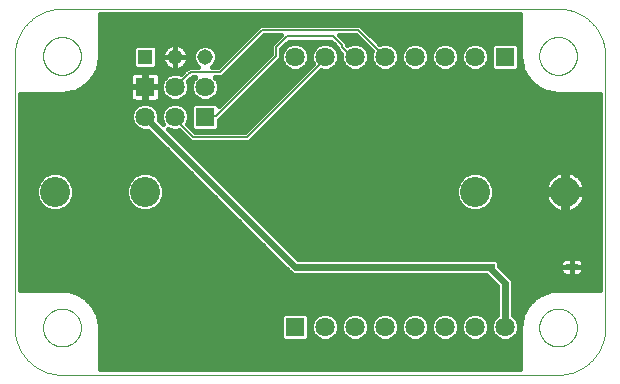
<source format=gbl>
G75*
%MOIN*%
%OFA0B0*%
%FSLAX25Y25*%
%IPPOS*%
%LPD*%
%AMOC8*
5,1,8,0,0,1.08239X$1,22.5*
%
%ADD10C,0.00000*%
%ADD11R,0.06425X0.06425*%
%ADD12C,0.06425*%
%ADD13R,0.05150X0.05150*%
%ADD14C,0.05150*%
%ADD15R,0.03937X0.02362*%
%ADD16C,0.10050*%
%ADD17C,0.01600*%
%ADD18R,0.03169X0.03169*%
%ADD19C,0.00600*%
%ADD20C,0.02400*%
D10*
X0047094Y0034156D02*
X0212449Y0034156D01*
X0206150Y0049904D02*
X0206152Y0050062D01*
X0206158Y0050220D01*
X0206168Y0050378D01*
X0206182Y0050536D01*
X0206200Y0050693D01*
X0206221Y0050850D01*
X0206247Y0051006D01*
X0206277Y0051162D01*
X0206310Y0051317D01*
X0206348Y0051470D01*
X0206389Y0051623D01*
X0206434Y0051775D01*
X0206483Y0051926D01*
X0206536Y0052075D01*
X0206592Y0052223D01*
X0206652Y0052369D01*
X0206716Y0052514D01*
X0206784Y0052657D01*
X0206855Y0052799D01*
X0206929Y0052939D01*
X0207007Y0053076D01*
X0207089Y0053212D01*
X0207173Y0053346D01*
X0207262Y0053477D01*
X0207353Y0053606D01*
X0207448Y0053733D01*
X0207545Y0053858D01*
X0207646Y0053980D01*
X0207750Y0054099D01*
X0207857Y0054216D01*
X0207967Y0054330D01*
X0208080Y0054441D01*
X0208195Y0054550D01*
X0208313Y0054655D01*
X0208434Y0054757D01*
X0208557Y0054857D01*
X0208683Y0054953D01*
X0208811Y0055046D01*
X0208941Y0055136D01*
X0209074Y0055222D01*
X0209209Y0055306D01*
X0209345Y0055385D01*
X0209484Y0055462D01*
X0209625Y0055534D01*
X0209767Y0055604D01*
X0209911Y0055669D01*
X0210057Y0055731D01*
X0210204Y0055789D01*
X0210353Y0055844D01*
X0210503Y0055895D01*
X0210654Y0055942D01*
X0210806Y0055985D01*
X0210959Y0056024D01*
X0211114Y0056060D01*
X0211269Y0056091D01*
X0211425Y0056119D01*
X0211581Y0056143D01*
X0211738Y0056163D01*
X0211896Y0056179D01*
X0212053Y0056191D01*
X0212212Y0056199D01*
X0212370Y0056203D01*
X0212528Y0056203D01*
X0212686Y0056199D01*
X0212845Y0056191D01*
X0213002Y0056179D01*
X0213160Y0056163D01*
X0213317Y0056143D01*
X0213473Y0056119D01*
X0213629Y0056091D01*
X0213784Y0056060D01*
X0213939Y0056024D01*
X0214092Y0055985D01*
X0214244Y0055942D01*
X0214395Y0055895D01*
X0214545Y0055844D01*
X0214694Y0055789D01*
X0214841Y0055731D01*
X0214987Y0055669D01*
X0215131Y0055604D01*
X0215273Y0055534D01*
X0215414Y0055462D01*
X0215553Y0055385D01*
X0215689Y0055306D01*
X0215824Y0055222D01*
X0215957Y0055136D01*
X0216087Y0055046D01*
X0216215Y0054953D01*
X0216341Y0054857D01*
X0216464Y0054757D01*
X0216585Y0054655D01*
X0216703Y0054550D01*
X0216818Y0054441D01*
X0216931Y0054330D01*
X0217041Y0054216D01*
X0217148Y0054099D01*
X0217252Y0053980D01*
X0217353Y0053858D01*
X0217450Y0053733D01*
X0217545Y0053606D01*
X0217636Y0053477D01*
X0217725Y0053346D01*
X0217809Y0053212D01*
X0217891Y0053076D01*
X0217969Y0052939D01*
X0218043Y0052799D01*
X0218114Y0052657D01*
X0218182Y0052514D01*
X0218246Y0052369D01*
X0218306Y0052223D01*
X0218362Y0052075D01*
X0218415Y0051926D01*
X0218464Y0051775D01*
X0218509Y0051623D01*
X0218550Y0051470D01*
X0218588Y0051317D01*
X0218621Y0051162D01*
X0218651Y0051006D01*
X0218677Y0050850D01*
X0218698Y0050693D01*
X0218716Y0050536D01*
X0218730Y0050378D01*
X0218740Y0050220D01*
X0218746Y0050062D01*
X0218748Y0049904D01*
X0218746Y0049746D01*
X0218740Y0049588D01*
X0218730Y0049430D01*
X0218716Y0049272D01*
X0218698Y0049115D01*
X0218677Y0048958D01*
X0218651Y0048802D01*
X0218621Y0048646D01*
X0218588Y0048491D01*
X0218550Y0048338D01*
X0218509Y0048185D01*
X0218464Y0048033D01*
X0218415Y0047882D01*
X0218362Y0047733D01*
X0218306Y0047585D01*
X0218246Y0047439D01*
X0218182Y0047294D01*
X0218114Y0047151D01*
X0218043Y0047009D01*
X0217969Y0046869D01*
X0217891Y0046732D01*
X0217809Y0046596D01*
X0217725Y0046462D01*
X0217636Y0046331D01*
X0217545Y0046202D01*
X0217450Y0046075D01*
X0217353Y0045950D01*
X0217252Y0045828D01*
X0217148Y0045709D01*
X0217041Y0045592D01*
X0216931Y0045478D01*
X0216818Y0045367D01*
X0216703Y0045258D01*
X0216585Y0045153D01*
X0216464Y0045051D01*
X0216341Y0044951D01*
X0216215Y0044855D01*
X0216087Y0044762D01*
X0215957Y0044672D01*
X0215824Y0044586D01*
X0215689Y0044502D01*
X0215553Y0044423D01*
X0215414Y0044346D01*
X0215273Y0044274D01*
X0215131Y0044204D01*
X0214987Y0044139D01*
X0214841Y0044077D01*
X0214694Y0044019D01*
X0214545Y0043964D01*
X0214395Y0043913D01*
X0214244Y0043866D01*
X0214092Y0043823D01*
X0213939Y0043784D01*
X0213784Y0043748D01*
X0213629Y0043717D01*
X0213473Y0043689D01*
X0213317Y0043665D01*
X0213160Y0043645D01*
X0213002Y0043629D01*
X0212845Y0043617D01*
X0212686Y0043609D01*
X0212528Y0043605D01*
X0212370Y0043605D01*
X0212212Y0043609D01*
X0212053Y0043617D01*
X0211896Y0043629D01*
X0211738Y0043645D01*
X0211581Y0043665D01*
X0211425Y0043689D01*
X0211269Y0043717D01*
X0211114Y0043748D01*
X0210959Y0043784D01*
X0210806Y0043823D01*
X0210654Y0043866D01*
X0210503Y0043913D01*
X0210353Y0043964D01*
X0210204Y0044019D01*
X0210057Y0044077D01*
X0209911Y0044139D01*
X0209767Y0044204D01*
X0209625Y0044274D01*
X0209484Y0044346D01*
X0209345Y0044423D01*
X0209209Y0044502D01*
X0209074Y0044586D01*
X0208941Y0044672D01*
X0208811Y0044762D01*
X0208683Y0044855D01*
X0208557Y0044951D01*
X0208434Y0045051D01*
X0208313Y0045153D01*
X0208195Y0045258D01*
X0208080Y0045367D01*
X0207967Y0045478D01*
X0207857Y0045592D01*
X0207750Y0045709D01*
X0207646Y0045828D01*
X0207545Y0045950D01*
X0207448Y0046075D01*
X0207353Y0046202D01*
X0207262Y0046331D01*
X0207173Y0046462D01*
X0207089Y0046596D01*
X0207007Y0046732D01*
X0206929Y0046869D01*
X0206855Y0047009D01*
X0206784Y0047151D01*
X0206716Y0047294D01*
X0206652Y0047439D01*
X0206592Y0047585D01*
X0206536Y0047733D01*
X0206483Y0047882D01*
X0206434Y0048033D01*
X0206389Y0048185D01*
X0206348Y0048338D01*
X0206310Y0048491D01*
X0206277Y0048646D01*
X0206247Y0048802D01*
X0206221Y0048958D01*
X0206200Y0049115D01*
X0206182Y0049272D01*
X0206168Y0049430D01*
X0206158Y0049588D01*
X0206152Y0049746D01*
X0206150Y0049904D01*
X0212449Y0034156D02*
X0212830Y0034161D01*
X0213210Y0034174D01*
X0213590Y0034197D01*
X0213969Y0034230D01*
X0214347Y0034271D01*
X0214724Y0034321D01*
X0215100Y0034381D01*
X0215475Y0034449D01*
X0215847Y0034527D01*
X0216218Y0034614D01*
X0216586Y0034709D01*
X0216952Y0034814D01*
X0217315Y0034927D01*
X0217676Y0035049D01*
X0218033Y0035179D01*
X0218387Y0035319D01*
X0218738Y0035466D01*
X0219085Y0035623D01*
X0219428Y0035787D01*
X0219767Y0035960D01*
X0220102Y0036141D01*
X0220433Y0036330D01*
X0220758Y0036527D01*
X0221079Y0036731D01*
X0221395Y0036944D01*
X0221705Y0037164D01*
X0222011Y0037391D01*
X0222310Y0037626D01*
X0222604Y0037868D01*
X0222892Y0038116D01*
X0223174Y0038372D01*
X0223449Y0038635D01*
X0223718Y0038904D01*
X0223981Y0039179D01*
X0224237Y0039461D01*
X0224485Y0039749D01*
X0224727Y0040043D01*
X0224962Y0040342D01*
X0225189Y0040648D01*
X0225409Y0040958D01*
X0225622Y0041274D01*
X0225826Y0041595D01*
X0226023Y0041920D01*
X0226212Y0042251D01*
X0226393Y0042586D01*
X0226566Y0042925D01*
X0226730Y0043268D01*
X0226887Y0043615D01*
X0227034Y0043966D01*
X0227174Y0044320D01*
X0227304Y0044677D01*
X0227426Y0045038D01*
X0227539Y0045401D01*
X0227644Y0045767D01*
X0227739Y0046135D01*
X0227826Y0046506D01*
X0227904Y0046878D01*
X0227972Y0047253D01*
X0228032Y0047629D01*
X0228082Y0048006D01*
X0228123Y0048384D01*
X0228156Y0048763D01*
X0228179Y0049143D01*
X0228192Y0049523D01*
X0228197Y0049904D01*
X0228197Y0140455D01*
X0206150Y0140455D02*
X0206152Y0140613D01*
X0206158Y0140771D01*
X0206168Y0140929D01*
X0206182Y0141087D01*
X0206200Y0141244D01*
X0206221Y0141401D01*
X0206247Y0141557D01*
X0206277Y0141713D01*
X0206310Y0141868D01*
X0206348Y0142021D01*
X0206389Y0142174D01*
X0206434Y0142326D01*
X0206483Y0142477D01*
X0206536Y0142626D01*
X0206592Y0142774D01*
X0206652Y0142920D01*
X0206716Y0143065D01*
X0206784Y0143208D01*
X0206855Y0143350D01*
X0206929Y0143490D01*
X0207007Y0143627D01*
X0207089Y0143763D01*
X0207173Y0143897D01*
X0207262Y0144028D01*
X0207353Y0144157D01*
X0207448Y0144284D01*
X0207545Y0144409D01*
X0207646Y0144531D01*
X0207750Y0144650D01*
X0207857Y0144767D01*
X0207967Y0144881D01*
X0208080Y0144992D01*
X0208195Y0145101D01*
X0208313Y0145206D01*
X0208434Y0145308D01*
X0208557Y0145408D01*
X0208683Y0145504D01*
X0208811Y0145597D01*
X0208941Y0145687D01*
X0209074Y0145773D01*
X0209209Y0145857D01*
X0209345Y0145936D01*
X0209484Y0146013D01*
X0209625Y0146085D01*
X0209767Y0146155D01*
X0209911Y0146220D01*
X0210057Y0146282D01*
X0210204Y0146340D01*
X0210353Y0146395D01*
X0210503Y0146446D01*
X0210654Y0146493D01*
X0210806Y0146536D01*
X0210959Y0146575D01*
X0211114Y0146611D01*
X0211269Y0146642D01*
X0211425Y0146670D01*
X0211581Y0146694D01*
X0211738Y0146714D01*
X0211896Y0146730D01*
X0212053Y0146742D01*
X0212212Y0146750D01*
X0212370Y0146754D01*
X0212528Y0146754D01*
X0212686Y0146750D01*
X0212845Y0146742D01*
X0213002Y0146730D01*
X0213160Y0146714D01*
X0213317Y0146694D01*
X0213473Y0146670D01*
X0213629Y0146642D01*
X0213784Y0146611D01*
X0213939Y0146575D01*
X0214092Y0146536D01*
X0214244Y0146493D01*
X0214395Y0146446D01*
X0214545Y0146395D01*
X0214694Y0146340D01*
X0214841Y0146282D01*
X0214987Y0146220D01*
X0215131Y0146155D01*
X0215273Y0146085D01*
X0215414Y0146013D01*
X0215553Y0145936D01*
X0215689Y0145857D01*
X0215824Y0145773D01*
X0215957Y0145687D01*
X0216087Y0145597D01*
X0216215Y0145504D01*
X0216341Y0145408D01*
X0216464Y0145308D01*
X0216585Y0145206D01*
X0216703Y0145101D01*
X0216818Y0144992D01*
X0216931Y0144881D01*
X0217041Y0144767D01*
X0217148Y0144650D01*
X0217252Y0144531D01*
X0217353Y0144409D01*
X0217450Y0144284D01*
X0217545Y0144157D01*
X0217636Y0144028D01*
X0217725Y0143897D01*
X0217809Y0143763D01*
X0217891Y0143627D01*
X0217969Y0143490D01*
X0218043Y0143350D01*
X0218114Y0143208D01*
X0218182Y0143065D01*
X0218246Y0142920D01*
X0218306Y0142774D01*
X0218362Y0142626D01*
X0218415Y0142477D01*
X0218464Y0142326D01*
X0218509Y0142174D01*
X0218550Y0142021D01*
X0218588Y0141868D01*
X0218621Y0141713D01*
X0218651Y0141557D01*
X0218677Y0141401D01*
X0218698Y0141244D01*
X0218716Y0141087D01*
X0218730Y0140929D01*
X0218740Y0140771D01*
X0218746Y0140613D01*
X0218748Y0140455D01*
X0218746Y0140297D01*
X0218740Y0140139D01*
X0218730Y0139981D01*
X0218716Y0139823D01*
X0218698Y0139666D01*
X0218677Y0139509D01*
X0218651Y0139353D01*
X0218621Y0139197D01*
X0218588Y0139042D01*
X0218550Y0138889D01*
X0218509Y0138736D01*
X0218464Y0138584D01*
X0218415Y0138433D01*
X0218362Y0138284D01*
X0218306Y0138136D01*
X0218246Y0137990D01*
X0218182Y0137845D01*
X0218114Y0137702D01*
X0218043Y0137560D01*
X0217969Y0137420D01*
X0217891Y0137283D01*
X0217809Y0137147D01*
X0217725Y0137013D01*
X0217636Y0136882D01*
X0217545Y0136753D01*
X0217450Y0136626D01*
X0217353Y0136501D01*
X0217252Y0136379D01*
X0217148Y0136260D01*
X0217041Y0136143D01*
X0216931Y0136029D01*
X0216818Y0135918D01*
X0216703Y0135809D01*
X0216585Y0135704D01*
X0216464Y0135602D01*
X0216341Y0135502D01*
X0216215Y0135406D01*
X0216087Y0135313D01*
X0215957Y0135223D01*
X0215824Y0135137D01*
X0215689Y0135053D01*
X0215553Y0134974D01*
X0215414Y0134897D01*
X0215273Y0134825D01*
X0215131Y0134755D01*
X0214987Y0134690D01*
X0214841Y0134628D01*
X0214694Y0134570D01*
X0214545Y0134515D01*
X0214395Y0134464D01*
X0214244Y0134417D01*
X0214092Y0134374D01*
X0213939Y0134335D01*
X0213784Y0134299D01*
X0213629Y0134268D01*
X0213473Y0134240D01*
X0213317Y0134216D01*
X0213160Y0134196D01*
X0213002Y0134180D01*
X0212845Y0134168D01*
X0212686Y0134160D01*
X0212528Y0134156D01*
X0212370Y0134156D01*
X0212212Y0134160D01*
X0212053Y0134168D01*
X0211896Y0134180D01*
X0211738Y0134196D01*
X0211581Y0134216D01*
X0211425Y0134240D01*
X0211269Y0134268D01*
X0211114Y0134299D01*
X0210959Y0134335D01*
X0210806Y0134374D01*
X0210654Y0134417D01*
X0210503Y0134464D01*
X0210353Y0134515D01*
X0210204Y0134570D01*
X0210057Y0134628D01*
X0209911Y0134690D01*
X0209767Y0134755D01*
X0209625Y0134825D01*
X0209484Y0134897D01*
X0209345Y0134974D01*
X0209209Y0135053D01*
X0209074Y0135137D01*
X0208941Y0135223D01*
X0208811Y0135313D01*
X0208683Y0135406D01*
X0208557Y0135502D01*
X0208434Y0135602D01*
X0208313Y0135704D01*
X0208195Y0135809D01*
X0208080Y0135918D01*
X0207967Y0136029D01*
X0207857Y0136143D01*
X0207750Y0136260D01*
X0207646Y0136379D01*
X0207545Y0136501D01*
X0207448Y0136626D01*
X0207353Y0136753D01*
X0207262Y0136882D01*
X0207173Y0137013D01*
X0207089Y0137147D01*
X0207007Y0137283D01*
X0206929Y0137420D01*
X0206855Y0137560D01*
X0206784Y0137702D01*
X0206716Y0137845D01*
X0206652Y0137990D01*
X0206592Y0138136D01*
X0206536Y0138284D01*
X0206483Y0138433D01*
X0206434Y0138584D01*
X0206389Y0138736D01*
X0206348Y0138889D01*
X0206310Y0139042D01*
X0206277Y0139197D01*
X0206247Y0139353D01*
X0206221Y0139509D01*
X0206200Y0139666D01*
X0206182Y0139823D01*
X0206168Y0139981D01*
X0206158Y0140139D01*
X0206152Y0140297D01*
X0206150Y0140455D01*
X0212449Y0156203D02*
X0212830Y0156198D01*
X0213210Y0156185D01*
X0213590Y0156162D01*
X0213969Y0156129D01*
X0214347Y0156088D01*
X0214724Y0156038D01*
X0215100Y0155978D01*
X0215475Y0155910D01*
X0215847Y0155832D01*
X0216218Y0155745D01*
X0216586Y0155650D01*
X0216952Y0155545D01*
X0217315Y0155432D01*
X0217676Y0155310D01*
X0218033Y0155180D01*
X0218387Y0155040D01*
X0218738Y0154893D01*
X0219085Y0154736D01*
X0219428Y0154572D01*
X0219767Y0154399D01*
X0220102Y0154218D01*
X0220433Y0154029D01*
X0220758Y0153832D01*
X0221079Y0153628D01*
X0221395Y0153415D01*
X0221705Y0153195D01*
X0222011Y0152968D01*
X0222310Y0152733D01*
X0222604Y0152491D01*
X0222892Y0152243D01*
X0223174Y0151987D01*
X0223449Y0151724D01*
X0223718Y0151455D01*
X0223981Y0151180D01*
X0224237Y0150898D01*
X0224485Y0150610D01*
X0224727Y0150316D01*
X0224962Y0150017D01*
X0225189Y0149711D01*
X0225409Y0149401D01*
X0225622Y0149085D01*
X0225826Y0148764D01*
X0226023Y0148439D01*
X0226212Y0148108D01*
X0226393Y0147773D01*
X0226566Y0147434D01*
X0226730Y0147091D01*
X0226887Y0146744D01*
X0227034Y0146393D01*
X0227174Y0146039D01*
X0227304Y0145682D01*
X0227426Y0145321D01*
X0227539Y0144958D01*
X0227644Y0144592D01*
X0227739Y0144224D01*
X0227826Y0143853D01*
X0227904Y0143481D01*
X0227972Y0143106D01*
X0228032Y0142730D01*
X0228082Y0142353D01*
X0228123Y0141975D01*
X0228156Y0141596D01*
X0228179Y0141216D01*
X0228192Y0140836D01*
X0228197Y0140455D01*
X0212449Y0156203D02*
X0047094Y0156203D01*
X0040795Y0140455D02*
X0040797Y0140613D01*
X0040803Y0140771D01*
X0040813Y0140929D01*
X0040827Y0141087D01*
X0040845Y0141244D01*
X0040866Y0141401D01*
X0040892Y0141557D01*
X0040922Y0141713D01*
X0040955Y0141868D01*
X0040993Y0142021D01*
X0041034Y0142174D01*
X0041079Y0142326D01*
X0041128Y0142477D01*
X0041181Y0142626D01*
X0041237Y0142774D01*
X0041297Y0142920D01*
X0041361Y0143065D01*
X0041429Y0143208D01*
X0041500Y0143350D01*
X0041574Y0143490D01*
X0041652Y0143627D01*
X0041734Y0143763D01*
X0041818Y0143897D01*
X0041907Y0144028D01*
X0041998Y0144157D01*
X0042093Y0144284D01*
X0042190Y0144409D01*
X0042291Y0144531D01*
X0042395Y0144650D01*
X0042502Y0144767D01*
X0042612Y0144881D01*
X0042725Y0144992D01*
X0042840Y0145101D01*
X0042958Y0145206D01*
X0043079Y0145308D01*
X0043202Y0145408D01*
X0043328Y0145504D01*
X0043456Y0145597D01*
X0043586Y0145687D01*
X0043719Y0145773D01*
X0043854Y0145857D01*
X0043990Y0145936D01*
X0044129Y0146013D01*
X0044270Y0146085D01*
X0044412Y0146155D01*
X0044556Y0146220D01*
X0044702Y0146282D01*
X0044849Y0146340D01*
X0044998Y0146395D01*
X0045148Y0146446D01*
X0045299Y0146493D01*
X0045451Y0146536D01*
X0045604Y0146575D01*
X0045759Y0146611D01*
X0045914Y0146642D01*
X0046070Y0146670D01*
X0046226Y0146694D01*
X0046383Y0146714D01*
X0046541Y0146730D01*
X0046698Y0146742D01*
X0046857Y0146750D01*
X0047015Y0146754D01*
X0047173Y0146754D01*
X0047331Y0146750D01*
X0047490Y0146742D01*
X0047647Y0146730D01*
X0047805Y0146714D01*
X0047962Y0146694D01*
X0048118Y0146670D01*
X0048274Y0146642D01*
X0048429Y0146611D01*
X0048584Y0146575D01*
X0048737Y0146536D01*
X0048889Y0146493D01*
X0049040Y0146446D01*
X0049190Y0146395D01*
X0049339Y0146340D01*
X0049486Y0146282D01*
X0049632Y0146220D01*
X0049776Y0146155D01*
X0049918Y0146085D01*
X0050059Y0146013D01*
X0050198Y0145936D01*
X0050334Y0145857D01*
X0050469Y0145773D01*
X0050602Y0145687D01*
X0050732Y0145597D01*
X0050860Y0145504D01*
X0050986Y0145408D01*
X0051109Y0145308D01*
X0051230Y0145206D01*
X0051348Y0145101D01*
X0051463Y0144992D01*
X0051576Y0144881D01*
X0051686Y0144767D01*
X0051793Y0144650D01*
X0051897Y0144531D01*
X0051998Y0144409D01*
X0052095Y0144284D01*
X0052190Y0144157D01*
X0052281Y0144028D01*
X0052370Y0143897D01*
X0052454Y0143763D01*
X0052536Y0143627D01*
X0052614Y0143490D01*
X0052688Y0143350D01*
X0052759Y0143208D01*
X0052827Y0143065D01*
X0052891Y0142920D01*
X0052951Y0142774D01*
X0053007Y0142626D01*
X0053060Y0142477D01*
X0053109Y0142326D01*
X0053154Y0142174D01*
X0053195Y0142021D01*
X0053233Y0141868D01*
X0053266Y0141713D01*
X0053296Y0141557D01*
X0053322Y0141401D01*
X0053343Y0141244D01*
X0053361Y0141087D01*
X0053375Y0140929D01*
X0053385Y0140771D01*
X0053391Y0140613D01*
X0053393Y0140455D01*
X0053391Y0140297D01*
X0053385Y0140139D01*
X0053375Y0139981D01*
X0053361Y0139823D01*
X0053343Y0139666D01*
X0053322Y0139509D01*
X0053296Y0139353D01*
X0053266Y0139197D01*
X0053233Y0139042D01*
X0053195Y0138889D01*
X0053154Y0138736D01*
X0053109Y0138584D01*
X0053060Y0138433D01*
X0053007Y0138284D01*
X0052951Y0138136D01*
X0052891Y0137990D01*
X0052827Y0137845D01*
X0052759Y0137702D01*
X0052688Y0137560D01*
X0052614Y0137420D01*
X0052536Y0137283D01*
X0052454Y0137147D01*
X0052370Y0137013D01*
X0052281Y0136882D01*
X0052190Y0136753D01*
X0052095Y0136626D01*
X0051998Y0136501D01*
X0051897Y0136379D01*
X0051793Y0136260D01*
X0051686Y0136143D01*
X0051576Y0136029D01*
X0051463Y0135918D01*
X0051348Y0135809D01*
X0051230Y0135704D01*
X0051109Y0135602D01*
X0050986Y0135502D01*
X0050860Y0135406D01*
X0050732Y0135313D01*
X0050602Y0135223D01*
X0050469Y0135137D01*
X0050334Y0135053D01*
X0050198Y0134974D01*
X0050059Y0134897D01*
X0049918Y0134825D01*
X0049776Y0134755D01*
X0049632Y0134690D01*
X0049486Y0134628D01*
X0049339Y0134570D01*
X0049190Y0134515D01*
X0049040Y0134464D01*
X0048889Y0134417D01*
X0048737Y0134374D01*
X0048584Y0134335D01*
X0048429Y0134299D01*
X0048274Y0134268D01*
X0048118Y0134240D01*
X0047962Y0134216D01*
X0047805Y0134196D01*
X0047647Y0134180D01*
X0047490Y0134168D01*
X0047331Y0134160D01*
X0047173Y0134156D01*
X0047015Y0134156D01*
X0046857Y0134160D01*
X0046698Y0134168D01*
X0046541Y0134180D01*
X0046383Y0134196D01*
X0046226Y0134216D01*
X0046070Y0134240D01*
X0045914Y0134268D01*
X0045759Y0134299D01*
X0045604Y0134335D01*
X0045451Y0134374D01*
X0045299Y0134417D01*
X0045148Y0134464D01*
X0044998Y0134515D01*
X0044849Y0134570D01*
X0044702Y0134628D01*
X0044556Y0134690D01*
X0044412Y0134755D01*
X0044270Y0134825D01*
X0044129Y0134897D01*
X0043990Y0134974D01*
X0043854Y0135053D01*
X0043719Y0135137D01*
X0043586Y0135223D01*
X0043456Y0135313D01*
X0043328Y0135406D01*
X0043202Y0135502D01*
X0043079Y0135602D01*
X0042958Y0135704D01*
X0042840Y0135809D01*
X0042725Y0135918D01*
X0042612Y0136029D01*
X0042502Y0136143D01*
X0042395Y0136260D01*
X0042291Y0136379D01*
X0042190Y0136501D01*
X0042093Y0136626D01*
X0041998Y0136753D01*
X0041907Y0136882D01*
X0041818Y0137013D01*
X0041734Y0137147D01*
X0041652Y0137283D01*
X0041574Y0137420D01*
X0041500Y0137560D01*
X0041429Y0137702D01*
X0041361Y0137845D01*
X0041297Y0137990D01*
X0041237Y0138136D01*
X0041181Y0138284D01*
X0041128Y0138433D01*
X0041079Y0138584D01*
X0041034Y0138736D01*
X0040993Y0138889D01*
X0040955Y0139042D01*
X0040922Y0139197D01*
X0040892Y0139353D01*
X0040866Y0139509D01*
X0040845Y0139666D01*
X0040827Y0139823D01*
X0040813Y0139981D01*
X0040803Y0140139D01*
X0040797Y0140297D01*
X0040795Y0140455D01*
X0031346Y0140455D02*
X0031351Y0140836D01*
X0031364Y0141216D01*
X0031387Y0141596D01*
X0031420Y0141975D01*
X0031461Y0142353D01*
X0031511Y0142730D01*
X0031571Y0143106D01*
X0031639Y0143481D01*
X0031717Y0143853D01*
X0031804Y0144224D01*
X0031899Y0144592D01*
X0032004Y0144958D01*
X0032117Y0145321D01*
X0032239Y0145682D01*
X0032369Y0146039D01*
X0032509Y0146393D01*
X0032656Y0146744D01*
X0032813Y0147091D01*
X0032977Y0147434D01*
X0033150Y0147773D01*
X0033331Y0148108D01*
X0033520Y0148439D01*
X0033717Y0148764D01*
X0033921Y0149085D01*
X0034134Y0149401D01*
X0034354Y0149711D01*
X0034581Y0150017D01*
X0034816Y0150316D01*
X0035058Y0150610D01*
X0035306Y0150898D01*
X0035562Y0151180D01*
X0035825Y0151455D01*
X0036094Y0151724D01*
X0036369Y0151987D01*
X0036651Y0152243D01*
X0036939Y0152491D01*
X0037233Y0152733D01*
X0037532Y0152968D01*
X0037838Y0153195D01*
X0038148Y0153415D01*
X0038464Y0153628D01*
X0038785Y0153832D01*
X0039110Y0154029D01*
X0039441Y0154218D01*
X0039776Y0154399D01*
X0040115Y0154572D01*
X0040458Y0154736D01*
X0040805Y0154893D01*
X0041156Y0155040D01*
X0041510Y0155180D01*
X0041867Y0155310D01*
X0042228Y0155432D01*
X0042591Y0155545D01*
X0042957Y0155650D01*
X0043325Y0155745D01*
X0043696Y0155832D01*
X0044068Y0155910D01*
X0044443Y0155978D01*
X0044819Y0156038D01*
X0045196Y0156088D01*
X0045574Y0156129D01*
X0045953Y0156162D01*
X0046333Y0156185D01*
X0046713Y0156198D01*
X0047094Y0156203D01*
X0031346Y0140455D02*
X0031346Y0049904D01*
X0040795Y0049904D02*
X0040797Y0050062D01*
X0040803Y0050220D01*
X0040813Y0050378D01*
X0040827Y0050536D01*
X0040845Y0050693D01*
X0040866Y0050850D01*
X0040892Y0051006D01*
X0040922Y0051162D01*
X0040955Y0051317D01*
X0040993Y0051470D01*
X0041034Y0051623D01*
X0041079Y0051775D01*
X0041128Y0051926D01*
X0041181Y0052075D01*
X0041237Y0052223D01*
X0041297Y0052369D01*
X0041361Y0052514D01*
X0041429Y0052657D01*
X0041500Y0052799D01*
X0041574Y0052939D01*
X0041652Y0053076D01*
X0041734Y0053212D01*
X0041818Y0053346D01*
X0041907Y0053477D01*
X0041998Y0053606D01*
X0042093Y0053733D01*
X0042190Y0053858D01*
X0042291Y0053980D01*
X0042395Y0054099D01*
X0042502Y0054216D01*
X0042612Y0054330D01*
X0042725Y0054441D01*
X0042840Y0054550D01*
X0042958Y0054655D01*
X0043079Y0054757D01*
X0043202Y0054857D01*
X0043328Y0054953D01*
X0043456Y0055046D01*
X0043586Y0055136D01*
X0043719Y0055222D01*
X0043854Y0055306D01*
X0043990Y0055385D01*
X0044129Y0055462D01*
X0044270Y0055534D01*
X0044412Y0055604D01*
X0044556Y0055669D01*
X0044702Y0055731D01*
X0044849Y0055789D01*
X0044998Y0055844D01*
X0045148Y0055895D01*
X0045299Y0055942D01*
X0045451Y0055985D01*
X0045604Y0056024D01*
X0045759Y0056060D01*
X0045914Y0056091D01*
X0046070Y0056119D01*
X0046226Y0056143D01*
X0046383Y0056163D01*
X0046541Y0056179D01*
X0046698Y0056191D01*
X0046857Y0056199D01*
X0047015Y0056203D01*
X0047173Y0056203D01*
X0047331Y0056199D01*
X0047490Y0056191D01*
X0047647Y0056179D01*
X0047805Y0056163D01*
X0047962Y0056143D01*
X0048118Y0056119D01*
X0048274Y0056091D01*
X0048429Y0056060D01*
X0048584Y0056024D01*
X0048737Y0055985D01*
X0048889Y0055942D01*
X0049040Y0055895D01*
X0049190Y0055844D01*
X0049339Y0055789D01*
X0049486Y0055731D01*
X0049632Y0055669D01*
X0049776Y0055604D01*
X0049918Y0055534D01*
X0050059Y0055462D01*
X0050198Y0055385D01*
X0050334Y0055306D01*
X0050469Y0055222D01*
X0050602Y0055136D01*
X0050732Y0055046D01*
X0050860Y0054953D01*
X0050986Y0054857D01*
X0051109Y0054757D01*
X0051230Y0054655D01*
X0051348Y0054550D01*
X0051463Y0054441D01*
X0051576Y0054330D01*
X0051686Y0054216D01*
X0051793Y0054099D01*
X0051897Y0053980D01*
X0051998Y0053858D01*
X0052095Y0053733D01*
X0052190Y0053606D01*
X0052281Y0053477D01*
X0052370Y0053346D01*
X0052454Y0053212D01*
X0052536Y0053076D01*
X0052614Y0052939D01*
X0052688Y0052799D01*
X0052759Y0052657D01*
X0052827Y0052514D01*
X0052891Y0052369D01*
X0052951Y0052223D01*
X0053007Y0052075D01*
X0053060Y0051926D01*
X0053109Y0051775D01*
X0053154Y0051623D01*
X0053195Y0051470D01*
X0053233Y0051317D01*
X0053266Y0051162D01*
X0053296Y0051006D01*
X0053322Y0050850D01*
X0053343Y0050693D01*
X0053361Y0050536D01*
X0053375Y0050378D01*
X0053385Y0050220D01*
X0053391Y0050062D01*
X0053393Y0049904D01*
X0053391Y0049746D01*
X0053385Y0049588D01*
X0053375Y0049430D01*
X0053361Y0049272D01*
X0053343Y0049115D01*
X0053322Y0048958D01*
X0053296Y0048802D01*
X0053266Y0048646D01*
X0053233Y0048491D01*
X0053195Y0048338D01*
X0053154Y0048185D01*
X0053109Y0048033D01*
X0053060Y0047882D01*
X0053007Y0047733D01*
X0052951Y0047585D01*
X0052891Y0047439D01*
X0052827Y0047294D01*
X0052759Y0047151D01*
X0052688Y0047009D01*
X0052614Y0046869D01*
X0052536Y0046732D01*
X0052454Y0046596D01*
X0052370Y0046462D01*
X0052281Y0046331D01*
X0052190Y0046202D01*
X0052095Y0046075D01*
X0051998Y0045950D01*
X0051897Y0045828D01*
X0051793Y0045709D01*
X0051686Y0045592D01*
X0051576Y0045478D01*
X0051463Y0045367D01*
X0051348Y0045258D01*
X0051230Y0045153D01*
X0051109Y0045051D01*
X0050986Y0044951D01*
X0050860Y0044855D01*
X0050732Y0044762D01*
X0050602Y0044672D01*
X0050469Y0044586D01*
X0050334Y0044502D01*
X0050198Y0044423D01*
X0050059Y0044346D01*
X0049918Y0044274D01*
X0049776Y0044204D01*
X0049632Y0044139D01*
X0049486Y0044077D01*
X0049339Y0044019D01*
X0049190Y0043964D01*
X0049040Y0043913D01*
X0048889Y0043866D01*
X0048737Y0043823D01*
X0048584Y0043784D01*
X0048429Y0043748D01*
X0048274Y0043717D01*
X0048118Y0043689D01*
X0047962Y0043665D01*
X0047805Y0043645D01*
X0047647Y0043629D01*
X0047490Y0043617D01*
X0047331Y0043609D01*
X0047173Y0043605D01*
X0047015Y0043605D01*
X0046857Y0043609D01*
X0046698Y0043617D01*
X0046541Y0043629D01*
X0046383Y0043645D01*
X0046226Y0043665D01*
X0046070Y0043689D01*
X0045914Y0043717D01*
X0045759Y0043748D01*
X0045604Y0043784D01*
X0045451Y0043823D01*
X0045299Y0043866D01*
X0045148Y0043913D01*
X0044998Y0043964D01*
X0044849Y0044019D01*
X0044702Y0044077D01*
X0044556Y0044139D01*
X0044412Y0044204D01*
X0044270Y0044274D01*
X0044129Y0044346D01*
X0043990Y0044423D01*
X0043854Y0044502D01*
X0043719Y0044586D01*
X0043586Y0044672D01*
X0043456Y0044762D01*
X0043328Y0044855D01*
X0043202Y0044951D01*
X0043079Y0045051D01*
X0042958Y0045153D01*
X0042840Y0045258D01*
X0042725Y0045367D01*
X0042612Y0045478D01*
X0042502Y0045592D01*
X0042395Y0045709D01*
X0042291Y0045828D01*
X0042190Y0045950D01*
X0042093Y0046075D01*
X0041998Y0046202D01*
X0041907Y0046331D01*
X0041818Y0046462D01*
X0041734Y0046596D01*
X0041652Y0046732D01*
X0041574Y0046869D01*
X0041500Y0047009D01*
X0041429Y0047151D01*
X0041361Y0047294D01*
X0041297Y0047439D01*
X0041237Y0047585D01*
X0041181Y0047733D01*
X0041128Y0047882D01*
X0041079Y0048033D01*
X0041034Y0048185D01*
X0040993Y0048338D01*
X0040955Y0048491D01*
X0040922Y0048646D01*
X0040892Y0048802D01*
X0040866Y0048958D01*
X0040845Y0049115D01*
X0040827Y0049272D01*
X0040813Y0049430D01*
X0040803Y0049588D01*
X0040797Y0049746D01*
X0040795Y0049904D01*
X0031346Y0049904D02*
X0031351Y0049523D01*
X0031364Y0049143D01*
X0031387Y0048763D01*
X0031420Y0048384D01*
X0031461Y0048006D01*
X0031511Y0047629D01*
X0031571Y0047253D01*
X0031639Y0046878D01*
X0031717Y0046506D01*
X0031804Y0046135D01*
X0031899Y0045767D01*
X0032004Y0045401D01*
X0032117Y0045038D01*
X0032239Y0044677D01*
X0032369Y0044320D01*
X0032509Y0043966D01*
X0032656Y0043615D01*
X0032813Y0043268D01*
X0032977Y0042925D01*
X0033150Y0042586D01*
X0033331Y0042251D01*
X0033520Y0041920D01*
X0033717Y0041595D01*
X0033921Y0041274D01*
X0034134Y0040958D01*
X0034354Y0040648D01*
X0034581Y0040342D01*
X0034816Y0040043D01*
X0035058Y0039749D01*
X0035306Y0039461D01*
X0035562Y0039179D01*
X0035825Y0038904D01*
X0036094Y0038635D01*
X0036369Y0038372D01*
X0036651Y0038116D01*
X0036939Y0037868D01*
X0037233Y0037626D01*
X0037532Y0037391D01*
X0037838Y0037164D01*
X0038148Y0036944D01*
X0038464Y0036731D01*
X0038785Y0036527D01*
X0039110Y0036330D01*
X0039441Y0036141D01*
X0039776Y0035960D01*
X0040115Y0035787D01*
X0040458Y0035623D01*
X0040805Y0035466D01*
X0041156Y0035319D01*
X0041510Y0035179D01*
X0041867Y0035049D01*
X0042228Y0034927D01*
X0042591Y0034814D01*
X0042957Y0034709D01*
X0043325Y0034614D01*
X0043696Y0034527D01*
X0044068Y0034449D01*
X0044443Y0034381D01*
X0044819Y0034321D01*
X0045196Y0034271D01*
X0045574Y0034230D01*
X0045953Y0034197D01*
X0046333Y0034174D01*
X0046713Y0034161D01*
X0047094Y0034156D01*
D11*
X0124772Y0050180D03*
X0094772Y0120180D03*
X0074772Y0130180D03*
X0194772Y0140180D03*
D12*
X0184772Y0140180D03*
X0174772Y0140180D03*
X0164772Y0140180D03*
X0154772Y0140180D03*
X0144772Y0140180D03*
X0134772Y0140180D03*
X0124772Y0140180D03*
X0094772Y0130180D03*
X0084772Y0130180D03*
X0084772Y0120180D03*
X0074772Y0120180D03*
X0134772Y0050180D03*
X0144772Y0050180D03*
X0154772Y0050180D03*
X0164772Y0050180D03*
X0174772Y0050180D03*
X0184772Y0050180D03*
X0194772Y0050180D03*
D13*
X0074772Y0140180D03*
D14*
X0084772Y0140180D03*
X0094772Y0140180D03*
D15*
X0189417Y0070180D03*
X0216976Y0070180D03*
D16*
X0214772Y0095180D03*
X0184772Y0095180D03*
X0074772Y0095180D03*
X0044772Y0095180D03*
D17*
X0049343Y0099695D02*
X0070201Y0099695D01*
X0069325Y0098819D02*
X0068347Y0096458D01*
X0068347Y0093902D01*
X0069325Y0091540D01*
X0071132Y0089733D01*
X0073494Y0088755D01*
X0076050Y0088755D01*
X0078411Y0089733D01*
X0080218Y0091540D01*
X0081197Y0093902D01*
X0081197Y0096458D01*
X0080218Y0098819D01*
X0078411Y0100627D01*
X0076050Y0101605D01*
X0073494Y0101605D01*
X0071132Y0100627D01*
X0069325Y0098819D01*
X0069025Y0098097D02*
X0050518Y0098097D01*
X0050218Y0098819D02*
X0051197Y0096458D01*
X0051197Y0093902D01*
X0050218Y0091540D01*
X0048411Y0089733D01*
X0046050Y0088755D01*
X0043494Y0088755D01*
X0041132Y0089733D01*
X0039325Y0091540D01*
X0038347Y0093902D01*
X0038347Y0096458D01*
X0039325Y0098819D01*
X0041132Y0100627D01*
X0043494Y0101605D01*
X0046050Y0101605D01*
X0048411Y0100627D01*
X0050218Y0098819D01*
X0051180Y0096498D02*
X0068363Y0096498D01*
X0068347Y0094900D02*
X0051197Y0094900D01*
X0050948Y0093301D02*
X0068595Y0093301D01*
X0069258Y0091703D02*
X0050286Y0091703D01*
X0048782Y0090104D02*
X0070761Y0090104D01*
X0078782Y0090104D02*
X0101170Y0090104D01*
X0099572Y0091703D02*
X0080286Y0091703D01*
X0080948Y0093301D02*
X0097973Y0093301D01*
X0096375Y0094900D02*
X0081197Y0094900D01*
X0081180Y0096498D02*
X0094776Y0096498D01*
X0093178Y0098097D02*
X0080518Y0098097D01*
X0079343Y0099695D02*
X0091579Y0099695D01*
X0089981Y0101294D02*
X0076801Y0101294D01*
X0072742Y0101294D02*
X0046801Y0101294D01*
X0042742Y0101294D02*
X0033146Y0101294D01*
X0033146Y0102892D02*
X0088382Y0102892D01*
X0086784Y0104491D02*
X0033146Y0104491D01*
X0033146Y0106089D02*
X0085185Y0106089D01*
X0083587Y0107688D02*
X0033146Y0107688D01*
X0033146Y0109286D02*
X0081988Y0109286D01*
X0080390Y0110885D02*
X0033146Y0110885D01*
X0033146Y0112483D02*
X0078791Y0112483D01*
X0077193Y0114082D02*
X0033146Y0114082D01*
X0033146Y0115680D02*
X0073581Y0115680D01*
X0073854Y0115567D02*
X0075689Y0115567D01*
X0075702Y0115573D01*
X0122567Y0068707D01*
X0123299Y0067976D01*
X0124254Y0067580D01*
X0188340Y0067580D01*
X0192172Y0063748D01*
X0192172Y0054095D01*
X0192159Y0054090D01*
X0190861Y0052793D01*
X0190159Y0051097D01*
X0190159Y0049262D01*
X0190861Y0047567D01*
X0192159Y0046269D01*
X0193854Y0045567D01*
X0195689Y0045567D01*
X0197384Y0046269D01*
X0198682Y0047567D01*
X0199384Y0049262D01*
X0199384Y0051097D01*
X0198682Y0052793D01*
X0197384Y0054090D01*
X0197372Y0054095D01*
X0197372Y0065343D01*
X0196976Y0066298D01*
X0196244Y0067030D01*
X0192786Y0070488D01*
X0192786Y0071941D01*
X0191966Y0072761D01*
X0189980Y0072761D01*
X0189934Y0072780D01*
X0125849Y0072780D01*
X0082500Y0116128D01*
X0083854Y0115567D01*
X0085689Y0115567D01*
X0086002Y0115697D01*
X0089046Y0112652D01*
X0090042Y0111656D01*
X0109451Y0111656D01*
X0133506Y0135711D01*
X0133854Y0135567D01*
X0135689Y0135567D01*
X0137384Y0136269D01*
X0138682Y0137567D01*
X0139384Y0139262D01*
X0139384Y0141097D01*
X0138682Y0142793D01*
X0137384Y0144090D01*
X0135689Y0144792D01*
X0133854Y0144792D01*
X0132159Y0144090D01*
X0130861Y0142793D01*
X0130159Y0141097D01*
X0130159Y0139262D01*
X0130771Y0137785D01*
X0108042Y0115056D01*
X0091451Y0115056D01*
X0088758Y0117749D01*
X0089384Y0119262D01*
X0089384Y0121097D01*
X0088682Y0122793D01*
X0087384Y0124090D01*
X0085689Y0124792D01*
X0083854Y0124792D01*
X0082159Y0124090D01*
X0080861Y0122793D01*
X0080159Y0121097D01*
X0080159Y0119262D01*
X0080720Y0117909D01*
X0079379Y0119249D01*
X0079384Y0119262D01*
X0079384Y0121097D01*
X0078682Y0122793D01*
X0077384Y0124090D01*
X0075689Y0124792D01*
X0073854Y0124792D01*
X0072159Y0124090D01*
X0070861Y0122793D01*
X0070159Y0121097D01*
X0070159Y0119262D01*
X0070861Y0117567D01*
X0072159Y0116269D01*
X0073854Y0115567D01*
X0071149Y0117279D02*
X0033146Y0117279D01*
X0033146Y0118877D02*
X0070319Y0118877D01*
X0070159Y0120476D02*
X0033146Y0120476D01*
X0033146Y0122074D02*
X0070564Y0122074D01*
X0071741Y0123673D02*
X0033146Y0123673D01*
X0033146Y0125271D02*
X0070933Y0125271D01*
X0070864Y0125290D02*
X0071322Y0125167D01*
X0074568Y0125167D01*
X0074568Y0129976D01*
X0074976Y0129976D01*
X0074976Y0130384D01*
X0079784Y0130384D01*
X0079784Y0133629D01*
X0079662Y0134087D01*
X0079425Y0134498D01*
X0079089Y0134833D01*
X0078679Y0135070D01*
X0078221Y0135192D01*
X0074976Y0135192D01*
X0074976Y0130384D01*
X0074568Y0130384D01*
X0074568Y0135192D01*
X0071322Y0135192D01*
X0070864Y0135070D01*
X0070454Y0134833D01*
X0070119Y0134498D01*
X0069882Y0134087D01*
X0069759Y0133629D01*
X0069759Y0130384D01*
X0074568Y0130384D01*
X0074568Y0129976D01*
X0069759Y0129976D01*
X0069759Y0126730D01*
X0069882Y0126272D01*
X0070119Y0125862D01*
X0070454Y0125527D01*
X0070864Y0125290D01*
X0069759Y0126870D02*
X0033146Y0126870D01*
X0033146Y0127844D02*
X0046796Y0127844D01*
X0046821Y0127823D01*
X0047123Y0127844D01*
X0047426Y0127844D01*
X0047449Y0127868D01*
X0048567Y0127948D01*
X0048622Y0127912D01*
X0048889Y0127971D01*
X0049163Y0127990D01*
X0049206Y0128039D01*
X0050332Y0128284D01*
X0050391Y0128257D01*
X0050648Y0128353D01*
X0050916Y0128412D01*
X0050951Y0128466D01*
X0052031Y0128869D01*
X0052094Y0128851D01*
X0052334Y0128982D01*
X0052591Y0129078D01*
X0052618Y0129137D01*
X0053630Y0129690D01*
X0053694Y0129680D01*
X0053914Y0129845D01*
X0054154Y0129976D01*
X0054173Y0130038D01*
X0055095Y0130729D01*
X0055160Y0130729D01*
X0055354Y0130923D01*
X0055574Y0131087D01*
X0055583Y0131152D01*
X0056398Y0131967D01*
X0056463Y0131976D01*
X0056627Y0132196D01*
X0056821Y0132389D01*
X0056821Y0132455D01*
X0057511Y0133377D01*
X0057574Y0133396D01*
X0057705Y0133636D01*
X0057870Y0133856D01*
X0057860Y0133920D01*
X0058413Y0134932D01*
X0058472Y0134959D01*
X0058568Y0135216D01*
X0058699Y0135456D01*
X0058681Y0135519D01*
X0059084Y0136599D01*
X0059138Y0136634D01*
X0059197Y0136902D01*
X0059292Y0137159D01*
X0059265Y0137218D01*
X0059510Y0138344D01*
X0059560Y0138387D01*
X0059579Y0138660D01*
X0059637Y0138928D01*
X0059602Y0138983D01*
X0059682Y0140101D01*
X0059705Y0140124D01*
X0059705Y0140427D01*
X0059727Y0140729D01*
X0059705Y0140754D01*
X0059705Y0154403D01*
X0199838Y0154403D01*
X0199838Y0140754D01*
X0199816Y0140729D01*
X0199838Y0140427D01*
X0199838Y0140124D01*
X0199861Y0140101D01*
X0199941Y0138983D01*
X0199906Y0138928D01*
X0199964Y0138660D01*
X0199984Y0138387D01*
X0200033Y0138344D01*
X0200278Y0137218D01*
X0200251Y0137159D01*
X0200347Y0136902D01*
X0200405Y0136634D01*
X0200460Y0136599D01*
X0200863Y0135519D01*
X0200844Y0135456D01*
X0200976Y0135216D01*
X0201071Y0134959D01*
X0201131Y0134932D01*
X0201683Y0133920D01*
X0201674Y0133856D01*
X0201838Y0133636D01*
X0201969Y0133396D01*
X0202032Y0133377D01*
X0202723Y0132455D01*
X0202723Y0132389D01*
X0202916Y0132196D01*
X0203081Y0131976D01*
X0203145Y0131967D01*
X0203960Y0131152D01*
X0203970Y0131087D01*
X0204189Y0130923D01*
X0204383Y0130729D01*
X0204448Y0130729D01*
X0205371Y0130038D01*
X0205389Y0129976D01*
X0205630Y0129845D01*
X0205849Y0129680D01*
X0205914Y0129690D01*
X0206925Y0129137D01*
X0206952Y0129078D01*
X0207209Y0128982D01*
X0207450Y0128851D01*
X0207512Y0128869D01*
X0208592Y0128466D01*
X0208627Y0128412D01*
X0208895Y0128353D01*
X0209152Y0128257D01*
X0209211Y0128284D01*
X0210338Y0128039D01*
X0210380Y0127990D01*
X0210654Y0127971D01*
X0210922Y0127912D01*
X0210976Y0127948D01*
X0212094Y0127868D01*
X0212117Y0127844D01*
X0212420Y0127844D01*
X0212722Y0127823D01*
X0212747Y0127844D01*
X0226397Y0127844D01*
X0226397Y0062515D01*
X0212747Y0062515D01*
X0212722Y0062537D01*
X0212420Y0062515D01*
X0212117Y0062515D01*
X0212094Y0062492D01*
X0210976Y0062412D01*
X0210922Y0062447D01*
X0210654Y0062389D01*
X0210380Y0062369D01*
X0210338Y0062320D01*
X0209211Y0062075D01*
X0209152Y0062102D01*
X0208895Y0062006D01*
X0208627Y0061948D01*
X0208592Y0061893D01*
X0207512Y0061490D01*
X0207450Y0061509D01*
X0207209Y0061377D01*
X0206952Y0061282D01*
X0206925Y0061222D01*
X0205914Y0060670D01*
X0205849Y0060679D01*
X0205630Y0060515D01*
X0205389Y0060384D01*
X0205371Y0060321D01*
X0204448Y0059630D01*
X0204383Y0059630D01*
X0204189Y0059437D01*
X0203970Y0059272D01*
X0203960Y0059208D01*
X0203145Y0058393D01*
X0203081Y0058383D01*
X0202916Y0058164D01*
X0202723Y0057970D01*
X0202723Y0057905D01*
X0202032Y0056982D01*
X0201969Y0056964D01*
X0201838Y0056723D01*
X0201674Y0056504D01*
X0201683Y0056439D01*
X0201131Y0055428D01*
X0201071Y0055401D01*
X0200976Y0055144D01*
X0200844Y0054903D01*
X0200863Y0054841D01*
X0200460Y0053761D01*
X0200405Y0053726D01*
X0200347Y0053458D01*
X0200251Y0053201D01*
X0200278Y0053142D01*
X0200033Y0052015D01*
X0199984Y0051973D01*
X0199964Y0051699D01*
X0199906Y0051431D01*
X0199941Y0051377D01*
X0199861Y0050259D01*
X0199838Y0050236D01*
X0199838Y0049933D01*
X0199816Y0049631D01*
X0199838Y0049606D01*
X0199838Y0035956D01*
X0059705Y0035956D01*
X0059705Y0049606D01*
X0059727Y0049631D01*
X0059705Y0049933D01*
X0059705Y0050236D01*
X0059682Y0050259D01*
X0059602Y0051377D01*
X0059637Y0051431D01*
X0059579Y0051699D01*
X0059560Y0051973D01*
X0059510Y0052015D01*
X0059265Y0053142D01*
X0059292Y0053201D01*
X0059197Y0053458D01*
X0059138Y0053726D01*
X0059084Y0053761D01*
X0058681Y0054841D01*
X0058699Y0054903D01*
X0058568Y0055144D01*
X0058472Y0055401D01*
X0058413Y0055428D01*
X0057860Y0056439D01*
X0057870Y0056504D01*
X0057705Y0056723D01*
X0057574Y0056964D01*
X0057511Y0056982D01*
X0056821Y0057905D01*
X0056821Y0057970D01*
X0056627Y0058164D01*
X0056463Y0058383D01*
X0056398Y0058393D01*
X0055583Y0059208D01*
X0055574Y0059272D01*
X0055354Y0059437D01*
X0055160Y0059630D01*
X0055095Y0059630D01*
X0054173Y0060321D01*
X0054154Y0060384D01*
X0053914Y0060515D01*
X0053694Y0060679D01*
X0053630Y0060670D01*
X0052618Y0061222D01*
X0052591Y0061282D01*
X0052334Y0061377D01*
X0052094Y0061509D01*
X0052031Y0061490D01*
X0050951Y0061893D01*
X0050916Y0061948D01*
X0050648Y0062006D01*
X0050391Y0062102D01*
X0050332Y0062075D01*
X0049206Y0062320D01*
X0049163Y0062369D01*
X0048889Y0062389D01*
X0048622Y0062447D01*
X0048567Y0062412D01*
X0047449Y0062492D01*
X0047426Y0062515D01*
X0047123Y0062515D01*
X0046821Y0062537D01*
X0046796Y0062515D01*
X0033146Y0062515D01*
X0033146Y0127844D01*
X0050957Y0128468D02*
X0069759Y0128468D01*
X0069759Y0131665D02*
X0056097Y0131665D01*
X0057426Y0133264D02*
X0069759Y0133264D01*
X0070505Y0134862D02*
X0058375Y0134862D01*
X0059032Y0136461D02*
X0071361Y0136461D01*
X0071617Y0136205D02*
X0077926Y0136205D01*
X0078746Y0137025D01*
X0078746Y0143334D01*
X0077926Y0144155D01*
X0071617Y0144155D01*
X0070797Y0143334D01*
X0070797Y0137025D01*
X0071617Y0136205D01*
X0070797Y0138059D02*
X0059448Y0138059D01*
X0059651Y0139658D02*
X0070797Y0139658D01*
X0070797Y0141256D02*
X0059705Y0141256D01*
X0059705Y0142855D02*
X0070797Y0142855D01*
X0078746Y0142855D02*
X0081308Y0142855D01*
X0081435Y0143030D02*
X0081030Y0142473D01*
X0080717Y0141859D01*
X0080505Y0141204D01*
X0080397Y0140524D01*
X0080397Y0140180D01*
X0084772Y0140180D01*
X0089146Y0140180D01*
X0089146Y0140524D01*
X0089039Y0141204D01*
X0088826Y0141859D01*
X0088513Y0142473D01*
X0088109Y0143030D01*
X0087622Y0143517D01*
X0087065Y0143921D01*
X0086451Y0144234D01*
X0085796Y0144447D01*
X0085116Y0144555D01*
X0084772Y0144555D01*
X0084772Y0140180D01*
X0084772Y0140180D01*
X0084772Y0140180D01*
X0089146Y0140180D01*
X0089146Y0139835D01*
X0089039Y0139155D01*
X0088826Y0138500D01*
X0088513Y0137887D01*
X0088109Y0137330D01*
X0087622Y0136843D01*
X0087065Y0136438D01*
X0086451Y0136125D01*
X0085796Y0135913D01*
X0085116Y0135805D01*
X0084772Y0135805D01*
X0084772Y0140180D01*
X0084772Y0144555D01*
X0084427Y0144555D01*
X0083747Y0144447D01*
X0083092Y0144234D01*
X0082479Y0143921D01*
X0081922Y0143517D01*
X0081435Y0143030D01*
X0080522Y0141256D02*
X0078746Y0141256D01*
X0078746Y0139658D02*
X0080425Y0139658D01*
X0080397Y0139835D02*
X0080505Y0139155D01*
X0080717Y0138500D01*
X0081030Y0137887D01*
X0081435Y0137330D01*
X0081922Y0136843D01*
X0082479Y0136438D01*
X0083092Y0136125D01*
X0083747Y0135913D01*
X0084427Y0135805D01*
X0084772Y0135805D01*
X0084772Y0140180D01*
X0084772Y0140180D01*
X0084772Y0140180D01*
X0080397Y0140180D01*
X0080397Y0139835D01*
X0080942Y0138059D02*
X0078746Y0138059D01*
X0078182Y0136461D02*
X0082447Y0136461D01*
X0083854Y0134792D02*
X0082159Y0134090D01*
X0080861Y0132793D01*
X0080159Y0131097D01*
X0080159Y0129262D01*
X0080861Y0127567D01*
X0082159Y0126269D01*
X0083854Y0125567D01*
X0085689Y0125567D01*
X0087384Y0126269D01*
X0088682Y0127567D01*
X0089384Y0129262D01*
X0089384Y0131097D01*
X0089006Y0132010D01*
X0089452Y0132456D01*
X0089551Y0132456D01*
X0090313Y0133218D01*
X0090653Y0133440D01*
X0091509Y0133440D01*
X0090861Y0132793D01*
X0090159Y0131097D01*
X0090159Y0129262D01*
X0090861Y0127567D01*
X0092159Y0126269D01*
X0093854Y0125567D01*
X0095689Y0125567D01*
X0097384Y0126269D01*
X0098682Y0127567D01*
X0099384Y0129262D01*
X0099384Y0131097D01*
X0098682Y0132793D01*
X0098034Y0133440D01*
X0100535Y0133440D01*
X0101531Y0134436D01*
X0114551Y0147456D01*
X0120042Y0147456D01*
X0116646Y0144060D01*
X0116646Y0141060D01*
X0099384Y0123798D01*
X0099384Y0123972D01*
X0098564Y0124792D01*
X0090979Y0124792D01*
X0090159Y0123972D01*
X0090159Y0116387D01*
X0090979Y0115567D01*
X0098564Y0115567D01*
X0099384Y0116387D01*
X0099384Y0118990D01*
X0119051Y0138656D01*
X0120046Y0139652D01*
X0120046Y0142652D01*
X0122651Y0145256D01*
X0136842Y0145256D01*
X0138846Y0143252D01*
X0138846Y0142652D01*
X0140230Y0141268D01*
X0140159Y0141097D01*
X0140159Y0139262D01*
X0140861Y0137567D01*
X0142159Y0136269D01*
X0143854Y0135567D01*
X0145689Y0135567D01*
X0147384Y0136269D01*
X0148682Y0137567D01*
X0149384Y0139262D01*
X0149384Y0141097D01*
X0148682Y0142793D01*
X0147384Y0144090D01*
X0145689Y0144792D01*
X0143854Y0144792D01*
X0142246Y0144126D01*
X0142246Y0144660D01*
X0141251Y0145656D01*
X0139451Y0147456D01*
X0145091Y0147456D01*
X0150537Y0142010D01*
X0150159Y0141097D01*
X0150159Y0139262D01*
X0150861Y0137567D01*
X0152159Y0136269D01*
X0153854Y0135567D01*
X0155689Y0135567D01*
X0157384Y0136269D01*
X0158682Y0137567D01*
X0159384Y0139262D01*
X0159384Y0141097D01*
X0158682Y0142793D01*
X0157384Y0144090D01*
X0155689Y0144792D01*
X0153854Y0144792D01*
X0152941Y0144414D01*
X0146499Y0150856D01*
X0113142Y0150856D01*
X0099127Y0136840D01*
X0097053Y0136840D01*
X0098141Y0137928D01*
X0098746Y0139389D01*
X0098746Y0140970D01*
X0098141Y0142431D01*
X0097023Y0143549D01*
X0095562Y0144155D01*
X0093981Y0144155D01*
X0092520Y0143549D01*
X0091402Y0142431D01*
X0090797Y0140970D01*
X0090797Y0139389D01*
X0091402Y0137928D01*
X0092490Y0136840D01*
X0090323Y0136840D01*
X0089806Y0136949D01*
X0089640Y0136840D01*
X0089442Y0136840D01*
X0089069Y0136467D01*
X0088437Y0136054D01*
X0088236Y0136053D01*
X0087866Y0135681D01*
X0087427Y0135394D01*
X0087386Y0135198D01*
X0087048Y0134860D01*
X0086602Y0134414D01*
X0085689Y0134792D01*
X0083854Y0134792D01*
X0084772Y0136461D02*
X0084772Y0136461D01*
X0084772Y0138059D02*
X0084772Y0138059D01*
X0084772Y0139658D02*
X0084772Y0139658D01*
X0084772Y0141256D02*
X0084772Y0141256D01*
X0084772Y0142855D02*
X0084772Y0142855D01*
X0084772Y0144453D02*
X0084772Y0144453D01*
X0085754Y0144453D02*
X0106740Y0144453D01*
X0105141Y0142855D02*
X0097718Y0142855D01*
X0098628Y0141256D02*
X0103543Y0141256D01*
X0101944Y0139658D02*
X0098746Y0139658D01*
X0098196Y0138059D02*
X0100346Y0138059D01*
X0103555Y0136461D02*
X0112047Y0136461D01*
X0113646Y0138059D02*
X0105154Y0138059D01*
X0106752Y0139658D02*
X0115244Y0139658D01*
X0116646Y0141256D02*
X0108351Y0141256D01*
X0109949Y0142855D02*
X0116646Y0142855D01*
X0117040Y0144453D02*
X0111548Y0144453D01*
X0113146Y0146052D02*
X0118638Y0146052D01*
X0121848Y0144453D02*
X0123036Y0144453D01*
X0123854Y0144792D02*
X0122159Y0144090D01*
X0120861Y0142793D01*
X0120159Y0141097D01*
X0120159Y0139262D01*
X0120861Y0137567D01*
X0122159Y0136269D01*
X0123854Y0135567D01*
X0125689Y0135567D01*
X0127384Y0136269D01*
X0128682Y0137567D01*
X0129384Y0139262D01*
X0129384Y0141097D01*
X0128682Y0142793D01*
X0127384Y0144090D01*
X0125689Y0144792D01*
X0123854Y0144792D01*
X0126507Y0144453D02*
X0133036Y0144453D01*
X0130924Y0142855D02*
X0128620Y0142855D01*
X0129318Y0141256D02*
X0130225Y0141256D01*
X0130159Y0139658D02*
X0129384Y0139658D01*
X0128886Y0138059D02*
X0130657Y0138059D01*
X0129447Y0136461D02*
X0127576Y0136461D01*
X0127849Y0134862D02*
X0115257Y0134862D01*
X0113658Y0133264D02*
X0126250Y0133264D01*
X0124652Y0131665D02*
X0112060Y0131665D01*
X0110461Y0130067D02*
X0123053Y0130067D01*
X0121454Y0128468D02*
X0108863Y0128468D01*
X0107264Y0126870D02*
X0119856Y0126870D01*
X0118257Y0125271D02*
X0105666Y0125271D01*
X0104067Y0123673D02*
X0116659Y0123673D01*
X0115060Y0122074D02*
X0102469Y0122074D01*
X0100870Y0120476D02*
X0113462Y0120476D01*
X0111863Y0118877D02*
X0099384Y0118877D01*
X0099384Y0117279D02*
X0110265Y0117279D01*
X0108666Y0115680D02*
X0098677Y0115680D01*
X0090866Y0115680D02*
X0090827Y0115680D01*
X0090159Y0117279D02*
X0089228Y0117279D01*
X0089225Y0118877D02*
X0090159Y0118877D01*
X0090159Y0120476D02*
X0089384Y0120476D01*
X0088980Y0122074D02*
X0090159Y0122074D01*
X0090159Y0123673D02*
X0087802Y0123673D01*
X0087985Y0126870D02*
X0091558Y0126870D01*
X0090488Y0128468D02*
X0089055Y0128468D01*
X0089384Y0130067D02*
X0090159Y0130067D01*
X0090394Y0131665D02*
X0089149Y0131665D01*
X0090383Y0133264D02*
X0091333Y0133264D01*
X0089060Y0136461D02*
X0087096Y0136461D01*
X0087050Y0134862D02*
X0079038Y0134862D01*
X0079784Y0133264D02*
X0081333Y0133264D01*
X0080394Y0131665D02*
X0079784Y0131665D01*
X0080159Y0130067D02*
X0074976Y0130067D01*
X0074976Y0129976D02*
X0079784Y0129976D01*
X0079784Y0126730D01*
X0079662Y0126272D01*
X0079425Y0125862D01*
X0079089Y0125527D01*
X0078679Y0125290D01*
X0078221Y0125167D01*
X0074976Y0125167D01*
X0074976Y0129976D01*
X0074568Y0130067D02*
X0054210Y0130067D01*
X0074568Y0131665D02*
X0074976Y0131665D01*
X0074976Y0133264D02*
X0074568Y0133264D01*
X0074568Y0134862D02*
X0074976Y0134862D01*
X0074976Y0128468D02*
X0074568Y0128468D01*
X0074568Y0126870D02*
X0074976Y0126870D01*
X0074976Y0125271D02*
X0074568Y0125271D01*
X0077802Y0123673D02*
X0081741Y0123673D01*
X0080564Y0122074D02*
X0078980Y0122074D01*
X0079384Y0120476D02*
X0080159Y0120476D01*
X0080319Y0118877D02*
X0079751Y0118877D01*
X0082948Y0115680D02*
X0083581Y0115680D01*
X0084547Y0114082D02*
X0087617Y0114082D01*
X0086145Y0112483D02*
X0089215Y0112483D01*
X0087744Y0110885D02*
X0226397Y0110885D01*
X0226397Y0112483D02*
X0110278Y0112483D01*
X0111876Y0114082D02*
X0226397Y0114082D01*
X0226397Y0115680D02*
X0113475Y0115680D01*
X0115073Y0117279D02*
X0226397Y0117279D01*
X0226397Y0118877D02*
X0116672Y0118877D01*
X0118270Y0120476D02*
X0226397Y0120476D01*
X0226397Y0122074D02*
X0119869Y0122074D01*
X0121467Y0123673D02*
X0226397Y0123673D01*
X0226397Y0125271D02*
X0123066Y0125271D01*
X0124664Y0126870D02*
X0226397Y0126870D01*
X0208587Y0128468D02*
X0126263Y0128468D01*
X0127861Y0130067D02*
X0205333Y0130067D01*
X0203447Y0131665D02*
X0129460Y0131665D01*
X0131058Y0133264D02*
X0202117Y0133264D01*
X0201169Y0134862D02*
X0132657Y0134862D01*
X0137576Y0136461D02*
X0141967Y0136461D01*
X0140657Y0138059D02*
X0138886Y0138059D01*
X0139384Y0139658D02*
X0140159Y0139658D01*
X0140225Y0141256D02*
X0139318Y0141256D01*
X0138846Y0142855D02*
X0138620Y0142855D01*
X0137645Y0144453D02*
X0136507Y0144453D01*
X0140855Y0146052D02*
X0146495Y0146052D01*
X0146507Y0144453D02*
X0148094Y0144453D01*
X0148620Y0142855D02*
X0149692Y0142855D01*
X0149318Y0141256D02*
X0150225Y0141256D01*
X0150159Y0139658D02*
X0149384Y0139658D01*
X0148886Y0138059D02*
X0150657Y0138059D01*
X0151967Y0136461D02*
X0147576Y0136461D01*
X0157576Y0136461D02*
X0161967Y0136461D01*
X0162159Y0136269D02*
X0163854Y0135567D01*
X0165689Y0135567D01*
X0167384Y0136269D01*
X0168682Y0137567D01*
X0169384Y0139262D01*
X0169384Y0141097D01*
X0168682Y0142793D01*
X0167384Y0144090D01*
X0165689Y0144792D01*
X0163854Y0144792D01*
X0162159Y0144090D01*
X0160861Y0142793D01*
X0160159Y0141097D01*
X0160159Y0139262D01*
X0160861Y0137567D01*
X0162159Y0136269D01*
X0160657Y0138059D02*
X0158886Y0138059D01*
X0159384Y0139658D02*
X0160159Y0139658D01*
X0160225Y0141256D02*
X0159318Y0141256D01*
X0158620Y0142855D02*
X0160924Y0142855D01*
X0163036Y0144453D02*
X0156507Y0144453D01*
X0153036Y0144453D02*
X0152902Y0144453D01*
X0151304Y0146052D02*
X0199838Y0146052D01*
X0199838Y0147650D02*
X0149705Y0147650D01*
X0148107Y0149249D02*
X0199838Y0149249D01*
X0199838Y0150847D02*
X0146508Y0150847D01*
X0143036Y0144453D02*
X0142246Y0144453D01*
X0120924Y0142855D02*
X0120249Y0142855D01*
X0120225Y0141256D02*
X0120046Y0141256D01*
X0120046Y0139658D02*
X0120159Y0139658D01*
X0120657Y0138059D02*
X0118454Y0138059D01*
X0116855Y0136461D02*
X0121967Y0136461D01*
X0110449Y0134862D02*
X0101957Y0134862D01*
X0101531Y0134436D02*
X0101531Y0134436D01*
X0098211Y0133264D02*
X0108850Y0133264D01*
X0107252Y0131665D02*
X0099149Y0131665D01*
X0099384Y0130067D02*
X0105653Y0130067D01*
X0104054Y0128468D02*
X0099055Y0128468D01*
X0097985Y0126870D02*
X0102456Y0126870D01*
X0100857Y0125271D02*
X0078610Y0125271D01*
X0079784Y0126870D02*
X0081558Y0126870D01*
X0080488Y0128468D02*
X0079784Y0128468D01*
X0088601Y0138059D02*
X0091348Y0138059D01*
X0090797Y0139658D02*
X0089118Y0139658D01*
X0089022Y0141256D02*
X0090915Y0141256D01*
X0091826Y0142855D02*
X0088236Y0142855D01*
X0083789Y0144453D02*
X0059705Y0144453D01*
X0059705Y0146052D02*
X0108338Y0146052D01*
X0109937Y0147650D02*
X0059705Y0147650D01*
X0059705Y0149249D02*
X0111535Y0149249D01*
X0113134Y0150847D02*
X0059705Y0150847D01*
X0059705Y0152446D02*
X0199838Y0152446D01*
X0199838Y0154045D02*
X0059705Y0154045D01*
X0085962Y0115680D02*
X0086018Y0115680D01*
X0089342Y0109286D02*
X0226397Y0109286D01*
X0226397Y0107688D02*
X0090941Y0107688D01*
X0092539Y0106089D02*
X0226397Y0106089D01*
X0226397Y0104491D02*
X0094138Y0104491D01*
X0095736Y0102892D02*
X0226397Y0102892D01*
X0226397Y0101294D02*
X0217832Y0101294D01*
X0217797Y0101314D02*
X0216970Y0101656D01*
X0216106Y0101888D01*
X0215572Y0101958D01*
X0215572Y0095980D01*
X0221550Y0095980D01*
X0221480Y0096514D01*
X0221248Y0097378D01*
X0220906Y0098205D01*
X0220459Y0098980D01*
X0219914Y0099689D01*
X0219281Y0100322D01*
X0218572Y0100867D01*
X0217797Y0101314D01*
X0215572Y0101294D02*
X0213972Y0101294D01*
X0213972Y0101958D02*
X0213437Y0101888D01*
X0212573Y0101656D01*
X0211747Y0101314D01*
X0210972Y0100867D01*
X0210262Y0100322D01*
X0209629Y0099689D01*
X0209085Y0098980D01*
X0208637Y0098205D01*
X0208295Y0097378D01*
X0208063Y0096514D01*
X0207993Y0095980D01*
X0213972Y0095980D01*
X0213972Y0101958D01*
X0213972Y0099695D02*
X0215572Y0099695D01*
X0215572Y0098097D02*
X0213972Y0098097D01*
X0213972Y0096498D02*
X0215572Y0096498D01*
X0215572Y0095980D02*
X0213972Y0095980D01*
X0213972Y0094380D01*
X0215572Y0094380D01*
X0215572Y0095980D01*
X0215572Y0094900D02*
X0226397Y0094900D01*
X0226397Y0096498D02*
X0221482Y0096498D01*
X0220951Y0098097D02*
X0226397Y0098097D01*
X0226397Y0099695D02*
X0219908Y0099695D01*
X0221550Y0094380D02*
X0215572Y0094380D01*
X0215572Y0088401D01*
X0216106Y0088472D01*
X0216970Y0088703D01*
X0217797Y0089045D01*
X0218572Y0089493D01*
X0219281Y0090037D01*
X0219914Y0090670D01*
X0220459Y0091380D01*
X0220906Y0092155D01*
X0221248Y0092981D01*
X0221480Y0093845D01*
X0221550Y0094380D01*
X0221334Y0093301D02*
X0226397Y0093301D01*
X0226397Y0091703D02*
X0220645Y0091703D01*
X0219348Y0090104D02*
X0226397Y0090104D01*
X0226397Y0088506D02*
X0216233Y0088506D01*
X0215572Y0088506D02*
X0213972Y0088506D01*
X0213972Y0088401D02*
X0213972Y0094380D01*
X0207993Y0094380D01*
X0208063Y0093845D01*
X0208295Y0092981D01*
X0208637Y0092155D01*
X0209085Y0091380D01*
X0209629Y0090670D01*
X0210262Y0090037D01*
X0210972Y0089493D01*
X0211747Y0089045D01*
X0212573Y0088703D01*
X0213437Y0088472D01*
X0213972Y0088401D01*
X0213310Y0088506D02*
X0110123Y0088506D01*
X0108524Y0090104D02*
X0180761Y0090104D01*
X0181132Y0089733D02*
X0183494Y0088755D01*
X0186050Y0088755D01*
X0188411Y0089733D01*
X0190218Y0091540D01*
X0191197Y0093902D01*
X0191197Y0096458D01*
X0190218Y0098819D01*
X0188411Y0100627D01*
X0186050Y0101605D01*
X0183494Y0101605D01*
X0181132Y0100627D01*
X0179325Y0098819D01*
X0178347Y0096458D01*
X0178347Y0093902D01*
X0179325Y0091540D01*
X0181132Y0089733D01*
X0179258Y0091703D02*
X0106926Y0091703D01*
X0105327Y0093301D02*
X0178595Y0093301D01*
X0178347Y0094900D02*
X0103729Y0094900D01*
X0102130Y0096498D02*
X0178363Y0096498D01*
X0179025Y0098097D02*
X0100532Y0098097D01*
X0098933Y0099695D02*
X0180201Y0099695D01*
X0182742Y0101294D02*
X0097335Y0101294D01*
X0102769Y0088506D02*
X0033146Y0088506D01*
X0033146Y0090104D02*
X0040761Y0090104D01*
X0039258Y0091703D02*
X0033146Y0091703D01*
X0033146Y0093301D02*
X0038595Y0093301D01*
X0038347Y0094900D02*
X0033146Y0094900D01*
X0033146Y0096498D02*
X0038363Y0096498D01*
X0039025Y0098097D02*
X0033146Y0098097D01*
X0033146Y0099695D02*
X0040201Y0099695D01*
X0033146Y0086907D02*
X0104367Y0086907D01*
X0105966Y0085309D02*
X0033146Y0085309D01*
X0033146Y0083710D02*
X0107564Y0083710D01*
X0109163Y0082112D02*
X0033146Y0082112D01*
X0033146Y0080513D02*
X0110761Y0080513D01*
X0112360Y0078914D02*
X0033146Y0078914D01*
X0033146Y0077316D02*
X0113959Y0077316D01*
X0115557Y0075717D02*
X0033146Y0075717D01*
X0033146Y0074119D02*
X0117156Y0074119D01*
X0118754Y0072520D02*
X0033146Y0072520D01*
X0033146Y0070922D02*
X0120353Y0070922D01*
X0121951Y0069323D02*
X0033146Y0069323D01*
X0033146Y0067725D02*
X0123904Y0067725D01*
X0124509Y0074119D02*
X0226397Y0074119D01*
X0226397Y0075717D02*
X0122911Y0075717D01*
X0121312Y0077316D02*
X0226397Y0077316D01*
X0226397Y0078914D02*
X0119714Y0078914D01*
X0118115Y0080513D02*
X0226397Y0080513D01*
X0226397Y0082112D02*
X0116517Y0082112D01*
X0114918Y0083710D02*
X0226397Y0083710D01*
X0226397Y0085309D02*
X0113320Y0085309D01*
X0111721Y0086907D02*
X0226397Y0086907D01*
X0215572Y0090104D02*
X0213972Y0090104D01*
X0213972Y0091703D02*
X0215572Y0091703D01*
X0215572Y0093301D02*
X0213972Y0093301D01*
X0213972Y0094900D02*
X0191197Y0094900D01*
X0191180Y0096498D02*
X0208061Y0096498D01*
X0208593Y0098097D02*
X0190518Y0098097D01*
X0189343Y0099695D02*
X0209635Y0099695D01*
X0211711Y0101294D02*
X0186801Y0101294D01*
X0190948Y0093301D02*
X0208209Y0093301D01*
X0208898Y0091703D02*
X0190286Y0091703D01*
X0188782Y0090104D02*
X0210195Y0090104D01*
X0214771Y0073161D02*
X0214313Y0073038D01*
X0213903Y0072801D01*
X0213568Y0072466D01*
X0213331Y0072056D01*
X0213208Y0071598D01*
X0213208Y0070180D01*
X0216976Y0070180D01*
X0216976Y0070180D01*
X0216976Y0073161D01*
X0214771Y0073161D01*
X0213622Y0072520D02*
X0192206Y0072520D01*
X0192786Y0070922D02*
X0213208Y0070922D01*
X0213208Y0070180D02*
X0213208Y0068762D01*
X0213331Y0068304D01*
X0213568Y0067893D01*
X0213903Y0067558D01*
X0214313Y0067321D01*
X0214771Y0067199D01*
X0216976Y0067199D01*
X0216976Y0070180D01*
X0216976Y0070180D01*
X0213208Y0070180D01*
X0213208Y0069323D02*
X0193951Y0069323D01*
X0195549Y0067725D02*
X0213736Y0067725D01*
X0216976Y0067725D02*
X0216976Y0067725D01*
X0216976Y0067199D02*
X0219182Y0067199D01*
X0219640Y0067321D01*
X0220050Y0067558D01*
X0220385Y0067893D01*
X0220622Y0068304D01*
X0220745Y0068762D01*
X0220745Y0070180D01*
X0220745Y0071598D01*
X0220622Y0072056D01*
X0220385Y0072466D01*
X0220050Y0072801D01*
X0219640Y0073038D01*
X0219182Y0073161D01*
X0216976Y0073161D01*
X0216976Y0070180D01*
X0216976Y0070180D01*
X0216977Y0070180D02*
X0220745Y0070180D01*
X0216977Y0070180D01*
X0216977Y0070180D01*
X0216976Y0070180D02*
X0216976Y0067199D01*
X0216976Y0069323D02*
X0216976Y0069323D01*
X0216976Y0070922D02*
X0216976Y0070922D01*
X0216976Y0072520D02*
X0216976Y0072520D01*
X0220331Y0072520D02*
X0226397Y0072520D01*
X0226397Y0070922D02*
X0220745Y0070922D01*
X0220745Y0069323D02*
X0226397Y0069323D01*
X0226397Y0067725D02*
X0220217Y0067725D01*
X0226397Y0066126D02*
X0197047Y0066126D01*
X0197372Y0064528D02*
X0226397Y0064528D01*
X0226397Y0062929D02*
X0197372Y0062929D01*
X0197372Y0061331D02*
X0207084Y0061331D01*
X0204584Y0059732D02*
X0197372Y0059732D01*
X0197372Y0058134D02*
X0202886Y0058134D01*
X0201697Y0056535D02*
X0197372Y0056535D01*
X0197372Y0054937D02*
X0200863Y0054937D01*
X0200302Y0053338D02*
X0198136Y0053338D01*
X0199118Y0051740D02*
X0199967Y0051740D01*
X0199838Y0050141D02*
X0199384Y0050141D01*
X0199086Y0048543D02*
X0199838Y0048543D01*
X0199838Y0046944D02*
X0198059Y0046944D01*
X0199838Y0045346D02*
X0059705Y0045346D01*
X0059705Y0046944D02*
X0120159Y0046944D01*
X0120159Y0046387D02*
X0120979Y0045567D01*
X0128564Y0045567D01*
X0129384Y0046387D01*
X0129384Y0053972D01*
X0128564Y0054792D01*
X0120979Y0054792D01*
X0120159Y0053972D01*
X0120159Y0046387D01*
X0120159Y0048543D02*
X0059705Y0048543D01*
X0059705Y0050141D02*
X0120159Y0050141D01*
X0120159Y0051740D02*
X0059576Y0051740D01*
X0059241Y0053338D02*
X0120159Y0053338D01*
X0129384Y0053338D02*
X0131407Y0053338D01*
X0130861Y0052793D02*
X0130159Y0051097D01*
X0130159Y0049262D01*
X0130861Y0047567D01*
X0132159Y0046269D01*
X0133854Y0045567D01*
X0135689Y0045567D01*
X0137384Y0046269D01*
X0138682Y0047567D01*
X0139384Y0049262D01*
X0139384Y0051097D01*
X0138682Y0052793D01*
X0137384Y0054090D01*
X0135689Y0054792D01*
X0133854Y0054792D01*
X0132159Y0054090D01*
X0130861Y0052793D01*
X0130425Y0051740D02*
X0129384Y0051740D01*
X0129384Y0050141D02*
X0130159Y0050141D01*
X0130457Y0048543D02*
X0129384Y0048543D01*
X0129384Y0046944D02*
X0131484Y0046944D01*
X0138059Y0046944D02*
X0141484Y0046944D01*
X0140861Y0047567D02*
X0142159Y0046269D01*
X0143854Y0045567D01*
X0145689Y0045567D01*
X0147384Y0046269D01*
X0148682Y0047567D01*
X0149384Y0049262D01*
X0149384Y0051097D01*
X0148682Y0052793D01*
X0147384Y0054090D01*
X0145689Y0054792D01*
X0143854Y0054792D01*
X0142159Y0054090D01*
X0140861Y0052793D01*
X0140159Y0051097D01*
X0140159Y0049262D01*
X0140861Y0047567D01*
X0140457Y0048543D02*
X0139086Y0048543D01*
X0139384Y0050141D02*
X0140159Y0050141D01*
X0140425Y0051740D02*
X0139118Y0051740D01*
X0138136Y0053338D02*
X0141407Y0053338D01*
X0148136Y0053338D02*
X0151407Y0053338D01*
X0150861Y0052793D02*
X0152159Y0054090D01*
X0153854Y0054792D01*
X0155689Y0054792D01*
X0157384Y0054090D01*
X0158682Y0052793D01*
X0159384Y0051097D01*
X0159384Y0049262D01*
X0158682Y0047567D01*
X0157384Y0046269D01*
X0155689Y0045567D01*
X0153854Y0045567D01*
X0152159Y0046269D01*
X0150861Y0047567D01*
X0150159Y0049262D01*
X0150159Y0051097D01*
X0150861Y0052793D01*
X0150425Y0051740D02*
X0149118Y0051740D01*
X0149384Y0050141D02*
X0150159Y0050141D01*
X0150457Y0048543D02*
X0149086Y0048543D01*
X0148059Y0046944D02*
X0151484Y0046944D01*
X0158059Y0046944D02*
X0161484Y0046944D01*
X0160861Y0047567D02*
X0162159Y0046269D01*
X0163854Y0045567D01*
X0165689Y0045567D01*
X0167384Y0046269D01*
X0168682Y0047567D01*
X0169384Y0049262D01*
X0169384Y0051097D01*
X0168682Y0052793D01*
X0167384Y0054090D01*
X0165689Y0054792D01*
X0163854Y0054792D01*
X0162159Y0054090D01*
X0160861Y0052793D01*
X0160159Y0051097D01*
X0160159Y0049262D01*
X0160861Y0047567D01*
X0160457Y0048543D02*
X0159086Y0048543D01*
X0159384Y0050141D02*
X0160159Y0050141D01*
X0160425Y0051740D02*
X0159118Y0051740D01*
X0158136Y0053338D02*
X0161407Y0053338D01*
X0168136Y0053338D02*
X0171407Y0053338D01*
X0170861Y0052793D02*
X0170159Y0051097D01*
X0170159Y0049262D01*
X0170861Y0047567D01*
X0172159Y0046269D01*
X0173854Y0045567D01*
X0175689Y0045567D01*
X0177384Y0046269D01*
X0178682Y0047567D01*
X0179384Y0049262D01*
X0179384Y0051097D01*
X0178682Y0052793D01*
X0177384Y0054090D01*
X0175689Y0054792D01*
X0173854Y0054792D01*
X0172159Y0054090D01*
X0170861Y0052793D01*
X0170425Y0051740D02*
X0169118Y0051740D01*
X0169384Y0050141D02*
X0170159Y0050141D01*
X0170457Y0048543D02*
X0169086Y0048543D01*
X0168059Y0046944D02*
X0171484Y0046944D01*
X0178059Y0046944D02*
X0181484Y0046944D01*
X0180861Y0047567D02*
X0182159Y0046269D01*
X0183854Y0045567D01*
X0185689Y0045567D01*
X0187384Y0046269D01*
X0188682Y0047567D01*
X0189384Y0049262D01*
X0189384Y0051097D01*
X0188682Y0052793D01*
X0187384Y0054090D01*
X0185689Y0054792D01*
X0183854Y0054792D01*
X0182159Y0054090D01*
X0180861Y0052793D01*
X0180159Y0051097D01*
X0180159Y0049262D01*
X0180861Y0047567D01*
X0180457Y0048543D02*
X0179086Y0048543D01*
X0179384Y0050141D02*
X0180159Y0050141D01*
X0180425Y0051740D02*
X0179118Y0051740D01*
X0178136Y0053338D02*
X0181407Y0053338D01*
X0188136Y0053338D02*
X0191407Y0053338D01*
X0192172Y0054937D02*
X0058681Y0054937D01*
X0057846Y0056535D02*
X0192172Y0056535D01*
X0192172Y0058134D02*
X0056657Y0058134D01*
X0054959Y0059732D02*
X0192172Y0059732D01*
X0192172Y0061331D02*
X0052459Y0061331D01*
X0033146Y0062929D02*
X0192172Y0062929D01*
X0191392Y0064528D02*
X0033146Y0064528D01*
X0033146Y0066126D02*
X0189794Y0066126D01*
X0190425Y0051740D02*
X0189118Y0051740D01*
X0189384Y0050141D02*
X0190159Y0050141D01*
X0190457Y0048543D02*
X0189086Y0048543D01*
X0188059Y0046944D02*
X0191484Y0046944D01*
X0199838Y0043747D02*
X0059705Y0043747D01*
X0059705Y0042149D02*
X0199838Y0042149D01*
X0199838Y0040550D02*
X0059705Y0040550D01*
X0059705Y0038952D02*
X0199838Y0038952D01*
X0199838Y0037353D02*
X0059705Y0037353D01*
X0167576Y0136461D02*
X0171967Y0136461D01*
X0172159Y0136269D02*
X0173854Y0135567D01*
X0175689Y0135567D01*
X0177384Y0136269D01*
X0178682Y0137567D01*
X0179384Y0139262D01*
X0179384Y0141097D01*
X0178682Y0142793D01*
X0177384Y0144090D01*
X0175689Y0144792D01*
X0173854Y0144792D01*
X0172159Y0144090D01*
X0170861Y0142793D01*
X0170159Y0141097D01*
X0170159Y0139262D01*
X0170861Y0137567D01*
X0172159Y0136269D01*
X0170657Y0138059D02*
X0168886Y0138059D01*
X0169384Y0139658D02*
X0170159Y0139658D01*
X0170225Y0141256D02*
X0169318Y0141256D01*
X0168620Y0142855D02*
X0170924Y0142855D01*
X0173036Y0144453D02*
X0166507Y0144453D01*
X0176507Y0144453D02*
X0183036Y0144453D01*
X0183854Y0144792D02*
X0182159Y0144090D01*
X0180861Y0142793D01*
X0180159Y0141097D01*
X0180159Y0139262D01*
X0180861Y0137567D01*
X0182159Y0136269D01*
X0183854Y0135567D01*
X0185689Y0135567D01*
X0187384Y0136269D01*
X0188682Y0137567D01*
X0189384Y0139262D01*
X0189384Y0141097D01*
X0188682Y0142793D01*
X0187384Y0144090D01*
X0185689Y0144792D01*
X0183854Y0144792D01*
X0186507Y0144453D02*
X0190640Y0144453D01*
X0190979Y0144792D02*
X0190159Y0143972D01*
X0190159Y0136387D01*
X0190979Y0135567D01*
X0198564Y0135567D01*
X0199384Y0136387D01*
X0199384Y0143972D01*
X0198564Y0144792D01*
X0190979Y0144792D01*
X0190159Y0142855D02*
X0188620Y0142855D01*
X0189318Y0141256D02*
X0190159Y0141256D01*
X0190159Y0139658D02*
X0189384Y0139658D01*
X0188886Y0138059D02*
X0190159Y0138059D01*
X0190159Y0136461D02*
X0187576Y0136461D01*
X0181967Y0136461D02*
X0177576Y0136461D01*
X0178886Y0138059D02*
X0180657Y0138059D01*
X0180159Y0139658D02*
X0179384Y0139658D01*
X0179318Y0141256D02*
X0180225Y0141256D01*
X0180924Y0142855D02*
X0178620Y0142855D01*
X0198903Y0144453D02*
X0199838Y0144453D01*
X0199838Y0142855D02*
X0199384Y0142855D01*
X0199384Y0141256D02*
X0199838Y0141256D01*
X0199893Y0139658D02*
X0199384Y0139658D01*
X0199384Y0138059D02*
X0200095Y0138059D01*
X0200511Y0136461D02*
X0199384Y0136461D01*
D18*
X0135697Y0100180D03*
X0130697Y0100180D03*
X0125697Y0100180D03*
X0125697Y0105180D03*
X0130697Y0105180D03*
X0120697Y0105180D03*
X0093846Y0094156D03*
X0088846Y0094156D03*
X0088846Y0089156D03*
X0093846Y0089156D03*
X0093846Y0084156D03*
X0088846Y0084156D03*
D19*
X0090746Y0113356D02*
X0108746Y0113356D01*
X0135146Y0139756D01*
X0134772Y0140180D01*
X0140546Y0143356D02*
X0143546Y0140356D01*
X0144746Y0140356D01*
X0144772Y0140180D01*
X0140546Y0143356D02*
X0140546Y0143956D01*
X0137546Y0146956D01*
X0121946Y0146956D01*
X0118346Y0143356D01*
X0118346Y0140356D01*
X0098546Y0120556D01*
X0094946Y0120556D01*
X0094772Y0120180D01*
X0090746Y0113356D02*
X0085346Y0118756D01*
X0085346Y0119956D01*
X0084772Y0120180D01*
X0084772Y0130180D02*
X0088748Y0134156D01*
X0088946Y0134356D01*
X0090146Y0135140D01*
X0099831Y0135140D01*
X0113846Y0149156D01*
X0145795Y0149156D01*
X0154772Y0140180D01*
X0088846Y0134156D02*
X0088748Y0134156D01*
D20*
X0074772Y0120180D02*
X0124772Y0070180D01*
X0189417Y0070180D01*
X0194772Y0064825D01*
X0194772Y0050180D01*
M02*

</source>
